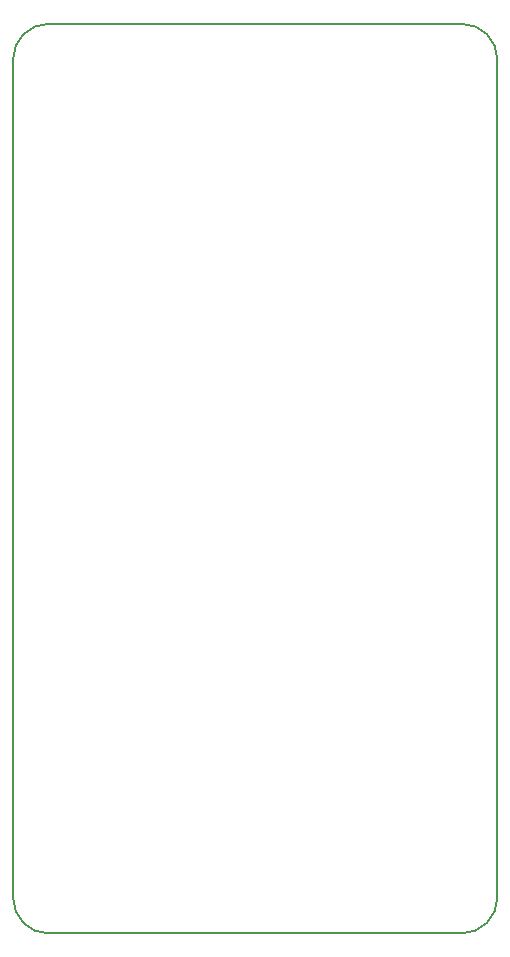
<source format=gbr>
%TF.GenerationSoftware,KiCad,Pcbnew,5.1.5-52549c5~84~ubuntu18.04.1*%
%TF.CreationDate,2019-12-09T23:45:33+01:00*%
%TF.ProjectId,clasicOverdrive,636c6173-6963-44f7-9665-726472697665,A*%
%TF.SameCoordinates,PX6708f40PY898d9f8*%
%TF.FileFunction,Profile,NP*%
%FSLAX46Y46*%
G04 Gerber Fmt 4.6, Leading zero omitted, Abs format (unit mm)*
G04 Created by KiCad (PCBNEW 5.1.5-52549c5~84~ubuntu18.04.1) date 2019-12-09 23:45:33*
%MOMM*%
%LPD*%
G04 APERTURE LIST*
%ADD10C,0.150000*%
G04 APERTURE END LIST*
D10*
X0Y-3000000D02*
G75*
G02X-3000000Y0I0J3000000D01*
G01*
X38000000Y0D02*
G75*
G02X35000000Y-3000000I-3000000J0D01*
G01*
X35000000Y74000000D02*
G75*
G02X38000000Y71000000I0J-3000000D01*
G01*
X-3000000Y71000000D02*
G75*
G02X0Y74000000I3000000J0D01*
G01*
X38000000Y0D02*
X38000000Y71000000D01*
X-3000000Y71000000D02*
X-3000000Y0D01*
X35000000Y74000000D02*
X0Y74000000D01*
X0Y-3000000D02*
X35000000Y-3000000D01*
M02*

</source>
